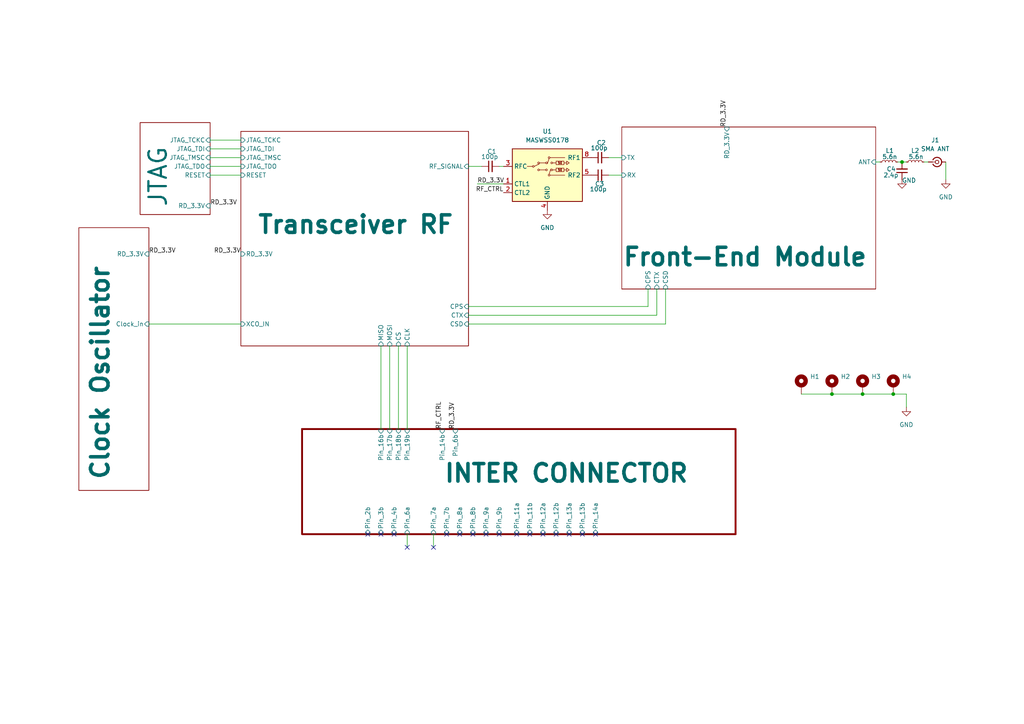
<source format=kicad_sch>
(kicad_sch (version 20250114) (generator "eeschema") (generator_version "9.0")
  (paper "A4")
  (lib_symbols
    (symbol "Connector:Conn_Coaxial_Small" (pin_numbers (hide yes)) (pin_names (offset 1.016) (hide yes))
      (property "Reference" "J" (at 0.254 3.048 0))
      (property "Value" "Conn_Coaxial_Small" (at 0 -3.81 0))
      (symbol "Conn_Coaxial_Small_0_1"
        (polyline (pts (xy -2.54 0) (xy -0.508 0)))
        (circle (center 0 0) (radius 0.508) (stroke (width 0.2032)))
      )
      (symbol "Conn_Coaxial_Small_1_1"
        (arc (start 1.3484 0.0039) (mid 0.327 -1.308) (end -1.1916 -0.6311) (stroke (width 0.3048)))
        (arc (start -1.1916 0.6311) (mid 0.327 1.3081) (end 1.3484 -0.0039) (stroke (width 0.3048)))
        (pin passive line (at -2.54 0 0) (length 1.27) (name "In") (number "1"))
        (pin passive line (at 2.54 0 180) (length 1.27) (name "Ext") (number "2"))
      )
    )
    (symbol "Device:C_Small" (pin_numbers (hide yes)) (pin_names (offset 0.254) (hide yes))
      (property "Reference" "C" (at 0.254 1.778 0))
      (property "Value" "C_Small" (at 0.254 -2.032 0))
      (symbol "C_Small_0_1"
        (polyline (pts (xy -1.524 0.508) (xy 1.524 0.508)) (stroke (width 0.3048)))
        (polyline (pts (xy -1.524 -0.508) (xy 1.524 -0.508)) (stroke (width 0.3302)))
      )
      (symbol "C_Small_1_1"
        (pin passive line (at 0 2.54 270) (length 2.032) (name "~") (number "1"))
        (pin passive line (at 0 -2.54 90) (length 2.032) (name "~") (number "2"))
      )
    )
    (symbol "Device:L_Small" (pin_numbers (hide yes)) (pin_names (offset 0.254) (hide yes))
      (property "Reference" "L" (at 0.762 1.016 0))
      (property "Value" "L_Small" (at 0.762 -1.016 0))
      (symbol "L_Small_0_1"
        (arc (start 0 2.032) (mid 0.5058 1.524) (end 0 1.016))
        (arc (start 0 1.016) (mid 0.5058 0.508) (end 0 0))
        (arc (start 0 0) (mid 0.5058 -0.508) (end 0 -1.016))
        (arc (start 0 -1.016) (mid 0.5058 -1.524) (end 0 -2.032))
      )
      (symbol "L_Small_1_1"
        (pin passive line (at 0 2.54 270) (length 0.508) (name "~") (number "1"))
        (pin passive line (at 0 -2.54 90) (length 0.508) (name "~") (number "2"))
      )
    )
    (symbol "Mechanical:MountingHole_Pad" (pin_numbers (hide yes)) (pin_names (offset 1.016) (hide yes)) (in_bom no)
      (property "Reference" "H" (at 0 6.35 0))
      (property "Value" "MountingHole_Pad" (at 0 4.445 0))
      (symbol "MountingHole_Pad_0_1"
        (circle (center 0 1.27) (radius 1.27) (stroke (width 1.27)))
      )
      (symbol "MountingHole_Pad_1_1"
        (pin input line (at 0 -2.54 90) (length 2.54) (name "1") (number "1"))
      )
    )
    (symbol "RF_Switch:MASWSS0178"
      (property "Reference" "U" (at -8.89 8.89 0))
      (property "Value" "MASWSS0178" (at 3.556 8.89 0))
      (symbol "MASWSS0178_0_1"
        (polyline (pts (xy -4.318 2.54) (xy -5.842 2.54)))
        (polyline (pts (xy -2.286 1.524) (xy -0.508 1.524)))
        (polyline (pts (xy -0.508 3.556) (xy -2.286 3.556)))
      )
      (symbol "MASWSS0178_1_1"
        (rectangle (start -10.16 7.62) (end 10.16 -7.62) (stroke (width 0.254)) (fill (type background)))
        (circle (center -4.064 2.54) (radius 0.254))
        (polyline (pts (xy -3.81 2.54) (xy -2.286 3.302)))
        (circle (center -2.54 3.556) (radius 0.254))
        (circle (center -2.54 1.524) (radius 0.254))
        (circle (center -0.254 3.556) (radius 0.254))
        (circle (center -0.254 1.524) (radius 0.254))
        (circle (center 0.508 5.08) (radius 0.254))
        (polyline (pts (xy 0.508 4.826) (xy 0 3.302)))
        (polyline (pts (xy 0.508 0.254) (xy 1.016 1.778)))
        (circle (center 0.508 0) (radius 0.254))
        (polyline (pts (xy 0.762 5.08) (xy 5.08 5.08)))
        (polyline (pts (xy 0.762 0) (xy 5.08 0)))
        (circle (center 1.27 3.556) (radius 0.254))
        (circle (center 1.27 1.524) (radius 0.254))
        (polyline (pts (xy 1.524 3.556) (xy 2.54 3.556)))
        (polyline (pts (xy 1.524 1.524) (xy 2.54 1.524)))
        (rectangle (start 2.54 3.048) (end 4.826 4.064))
        (rectangle (start 2.54 1.016) (end 4.826 2.032))
        (polyline (pts (xy 4.826 3.556) (xy 5.588 3.556) (xy 5.588 3.048) (xy 6.35 3.556) (xy 5.588 4.064) (xy 5.588 3.556)))
        (polyline (pts (xy 4.826 1.524) (xy 5.588 1.524) (xy 5.588 1.016) (xy 6.35 1.524) (xy 5.588 2.032) (xy 5.588 1.524)))
        (text "50" (at 3.683 3.556 0) (effects (font (size 0.635 0.635))))
        (text "50" (at 3.683 1.524 0) (effects (font (size 0.635 0.635))))
        (pin passive line (at -12.7 2.54 0) (length 2.54) (name "RFC") (number "3"))
        (pin input line (at -12.7 -2.54 0) (length 2.54) (name "CTL1") (number "1"))
        (pin input line (at -12.7 -5.08 0) (length 2.54) (name "CTL2") (number "2"))
        (pin power_in line (at 0 -10.16 90) (length 2.54) (name "GND") (number "4"))
        (pin passive line (at 0 -10.16 90) (length 2.54) (hide yes) (name "GND") (number "6"))
        (pin passive line (at 0 -10.16 90) (length 2.54) (hide yes) (name "GND") (number "7"))
        (pin passive line (at 0 -10.16 90) (length 2.54) (hide yes) (name "GND") (number "9"))
        (pin passive line (at 12.7 5.08 180) (length 2.54) (name "RF1") (number "8"))
        (pin passive line (at 12.7 0 180) (length 2.54) (name "RF2") (number "5"))
      )
    )
    (symbol "power:GND" (power) (pin_numbers (hide yes)) (pin_names (offset 0) (hide yes))
      (property "Value" "GND" (at 0 -3.81 0))
      (symbol "GND_0_1"
        (polyline (pts (xy 0 0) (xy 0 -1.27) (xy 1.27 -1.27) (xy 0 -2.54) (xy -1.27 -1.27) (xy 0 -1.27)))
      )
      (symbol "GND_1_1"
        (pin power_in line (at 0 0 270) (length 0) (name "~") (number "1"))
      )
    )
  )
  (junction (at 241.3 114.3))
  (junction (at 259.08 114.3))
  (junction (at 261.62 46.99))
  (junction (at 250.19 114.3))
  (no_connect (at 168.91 154.94))
  (no_connect (at 149.86 154.94))
  (no_connect (at 137.16 154.94))
  (no_connect (at 110.49 154.94))
  (no_connect (at 161.29 154.94))
  (no_connect (at 118.11 158.75))
  (no_connect (at 157.48 154.94))
  (no_connect (at 133.35 154.94))
  (no_connect (at 144.78 154.94))
  (no_connect (at 106.68 154.94))
  (no_connect (at 125.73 158.75))
  (no_connect (at 172.72 154.94))
  (no_connect (at 153.67 154.94))
  (no_connect (at 140.97 154.94))
  (no_connect (at 114.3 154.94))
  (no_connect (at 129.54 154.94))
  (no_connect (at 165.1 154.94))
  (wire (pts (xy 135.89 88.9) (xy 187.96 88.9)))
  (wire (pts (xy 60.96 45.72) (xy 69.85 45.72)))
  (wire (pts (xy 138.43 53.34) (xy 146.05 53.34)))
  (wire (pts (xy 269.24 46.99) (xy 267.97 46.99)))
  (wire (pts (xy 262.89 114.3) (xy 262.89 118.11)))
  (wire (pts (xy 60.96 40.64) (xy 69.85 40.64)))
  (wire (pts (xy 241.3 114.3) (xy 250.19 114.3)))
  (wire (pts (xy 187.96 83.82) (xy 187.96 88.9)))
  (wire (pts (xy 274.32 46.99) (xy 274.32 52.07)))
  (wire (pts (xy 60.96 50.8) (xy 69.85 50.8)))
  (wire (pts (xy 193.04 83.82) (xy 193.04 93.98)))
  (wire (pts (xy 176.53 50.8) (xy 180.34 50.8)))
  (wire (pts (xy 232.41 114.3) (xy 241.3 114.3)))
  (wire (pts (xy 135.89 93.98) (xy 193.04 93.98)))
  (wire (pts (xy 144.78 48.26) (xy 146.05 48.26)))
  (wire (pts (xy 113.03 100.33) (xy 113.03 124.46)))
  (wire (pts (xy 262.89 46.99) (xy 261.62 46.99)))
  (wire (pts (xy 60.96 43.18) (xy 69.85 43.18)))
  (wire (pts (xy 60.96 48.26) (xy 69.85 48.26)))
  (wire (pts (xy 115.57 100.33) (xy 115.57 124.46)))
  (wire (pts (xy 118.11 154.94) (xy 118.11 158.75)))
  (wire (pts (xy 250.19 114.3) (xy 259.08 114.3)))
  (wire (pts (xy 135.89 91.44) (xy 190.5 91.44)))
  (wire (pts (xy 254 46.99) (xy 255.27 46.99)))
  (wire (pts (xy 118.11 100.33) (xy 118.11 124.46)))
  (wire (pts (xy 125.73 154.94) (xy 125.73 158.75)))
  (wire (pts (xy 190.5 83.82) (xy 190.5 91.44)))
  (wire (pts (xy 260.35 46.99) (xy 261.62 46.99)))
  (wire (pts (xy 43.18 93.98) (xy 69.85 93.98)))
  (wire (pts (xy 259.08 114.3) (xy 262.89 114.3)))
  (wire (pts (xy 135.89 48.26) (xy 139.7 48.26)))
  (wire (pts (xy 110.49 100.33) (xy 110.49 124.46)))
  (wire (pts (xy 176.53 45.72) (xy 180.34 45.72)))
  (label "RD_3.3V" (at 60.96 59.69 0))
  (label "RD_3.3V" (at 69.85 73.66 180))
  (label "RF_CTRL" (at 128.27 124.46 90))
  (label "RD_3.3V" (at 43.18 73.66 0))
  (label "RD_3.3V" (at 138.43 53.34 0))
  (label "RF_CTRL" (at 146.05 55.88 180))
  (label "RD_3.3V" (at 132.08 124.46 90))
  (label "RD_3.3V" (at 210.82 36.83 90))
  (symbol (lib_id "Device:L_Small") (at 265.43 46.99 90) (unit 1)
    (property "Reference" "L2" (at 265.43 43.688 90))
    (property "Value" "5.6n" (at 265.684 45.466 90))
    (property "Footprint" "Inductor_SMD:L_0402_1005Metric" (effects (hide yes)))
    (property "Description" "Inductor, small symbol" (effects (hide yes)))
  )
  (symbol (lib_id "Device:C_Small") (at 173.99 45.72 90) (unit 1)
    (property "Reference" "C2" (at 175.768 41.402 90) (effects (justify left)))
    (property "Value" "100p" (at 176.276 42.926 90) (effects (justify left)))
    (property "Footprint" "Capacitor_SMD:C_0402_1005Metric" (effects (hide yes)))
    (property "Description" "Unpolarized capacitor, small symbol" (effects (hide yes)))
  )
  (symbol (lib_id "Mechanical:MountingHole_Pad") (at 241.3 111.76 0) (unit 1) (in_bom no)
    (property "Reference" "H2" (at 243.84 109.2199 0) (effects (justify left)))
    (property "Value" "MountingHole_Pad" (effects (hide yes)))
    (property "Footprint" "MountingHole:MountingHole_2.7mm_M2.5_Pad" (effects (hide yes)))
    (property "Description" "Mounting Hole with connection" (effects (hide yes)))
  )
  (symbol (lib_id "Device:C_Small") (at 142.24 48.26 90) (unit 1)
    (property "Reference" "C1" (at 144.018 43.942 90) (effects (justify left)))
    (property "Value" "100p" (at 144.526 45.466 90) (effects (justify left)))
    (property "Footprint" "Capacitor_SMD:C_0402_1005Metric" (effects (hide yes)))
    (property "Description" "Unpolarized capacitor, small symbol" (effects (hide yes)))
  )
  (symbol (lib_id "power:GND") (at 158.75 60.96 0) (unit 1)
    (property "Reference" "#PWR01" (effects (hide yes)))
    (property "Value" "GND" (at 158.75 66.04 0))
    (property "Description" "Power symbol creates a global label with name \"GND\" , ground" (effects (hide yes)))
  )
  (symbol (lib_id "power:GND") (at 261.62 52.07 0) (unit 1)
    (property "Reference" "#PWR02" (effects (hide yes)))
    (property "Value" "GND" (at 263.652 52.324 0))
    (property "Description" "Power symbol creates a global label with name \"GND\" , ground" (effects (hide yes)))
  )
  (symbol (lib_id "Mechanical:MountingHole_Pad") (at 232.41 111.76 0) (unit 1) (in_bom no)
    (property "Reference" "H1" (at 234.95 109.2199 0) (effects (justify left)))
    (property "Value" "MountingHole_Pad" (effects (hide yes)))
    (property "Footprint" "MountingHole:MountingHole_2.7mm_M2.5_Pad" (effects (hide yes)))
    (property "Description" "Mounting Hole with connection" (effects (hide yes)))
  )
  (symbol (lib_id "Device:L_Small") (at 257.81 46.99 90) (unit 1)
    (property "Reference" "L1" (at 258.064 43.688 90))
    (property "Value" "5.6n" (at 258.064 45.466 90))
    (property "Footprint" "Inductor_SMD:L_0402_1005Metric" (effects (hide yes)))
    (property "Description" "Inductor, small symbol" (effects (hide yes)))
  )
  (symbol (lib_id "power:GND") (at 262.89 118.11 0) (unit 1)
    (property "Reference" "#PWR039" (effects (hide yes)))
    (property "Value" "GND" (at 262.89 123.19 0))
    (property "Description" "Power symbol creates a global label with name \"GND\" , ground" (effects (hide yes)))
  )
  (symbol (lib_id "Device:C_Small") (at 173.99 50.8 90) (unit 1)
    (property "Reference" "C3" (at 175.26 53.34 90) (effects (justify left)))
    (property "Value" "100p" (at 176.022 54.864 90) (effects (justify left)))
    (property "Footprint" "Capacitor_SMD:C_0402_1005Metric" (effects (hide yes)))
    (property "Description" "Unpolarized capacitor, small symbol" (effects (hide yes)))
  )
  (symbol (lib_id "Mechanical:MountingHole_Pad") (at 259.08 111.76 0) (unit 1) (in_bom no)
    (property "Reference" "H4" (at 261.62 109.2199 0) (effects (justify left)))
    (property "Value" "MountingHole_Pad" (effects (hide yes)))
    (property "Footprint" "MountingHole:MountingHole_2.7mm_M2.5_Pad" (effects (hide yes)))
    (property "Description" "Mounting Hole with connection" (effects (hide yes)))
  )
  (symbol (lib_id "Connector:Conn_Coaxial_Small") (at 271.78 46.99 0) (unit 1)
    (property "Reference" "J1" (at 271.2604 40.64 0))
    (property "Value" "SMA ANT" (at 271.2604 43.18 0))
    (property "Footprint" "Connector_Coaxial:SMA_Amphenol_132134-10_Vertical" (effects (hide yes)))
    (property "Description" "small coaxial connector (BNC, SMA, SMB, SMC, Cinch/RCA, LEMO, ...)" (effects (hide yes)))
  )
  (symbol (lib_id "Mechanical:MountingHole_Pad") (at 250.19 111.76 0) (unit 1) (in_bom no)
    (property "Reference" "H3" (at 252.73 109.2199 0) (effects (justify left)))
    (property "Value" "MountingHole_Pad" (effects (hide yes)))
    (property "Footprint" "MountingHole:MountingHole_2.7mm_M2.5_Pad" (effects (hide yes)))
    (property "Description" "Mounting Hole with connection" (effects (hide yes)))
  )
  (symbol (lib_id "Device:C_Small") (at 261.62 49.53 180) (unit 1)
    (property "Reference" "C4" (at 259.842 49.022 0) (effects (justify left)))
    (property "Value" "2.4p" (at 260.604 50.8 0) (effects (justify left)))
    (property "Footprint" "Capacitor_SMD:C_0402_1005Metric" (effects (hide yes)))
    (property "Description" "Unpolarized capacitor, small symbol" (effects (hide yes)))
  )
  (symbol (lib_id "power:GND") (at 274.32 52.07 0) (unit 1)
    (property "Reference" "#PWR03" (effects (hide yes)))
    (property "Value" "GND" (at 274.32 57.15 0))
    (property "Description" "Power symbol creates a global label with name \"GND\" , ground" (effects (hide yes)))
  )
  (symbol (lib_id "RF_Switch:MASWSS0178") (at 158.75 50.8 0) (unit 1)
    (property "Reference" "U1" (at 158.75 38.1 0))
    (property "Value" "MASWSS0178" (at 158.75 40.64 0))
    (property "Footprint" "Package_SO:MSOP-8-1EP_3x3mm_P0.65mm_EP1.73x1.85mm_ThermalVias" (effects (hide yes)))
    (property "Datasheet" "https://cdn.macom.com/datasheets/MASWSS0178.pdf" (effects (hide yes)))
    (property "Description" "SPDT High Isolation Terminated Switch, 0.01-3.0 GHz, MSOP-8" (effects (hide yes)))
  )
  (sheet (at 87.63 124.46) (size 125.73 30.48) (stroke (width 0.508))
    (property "Sheetname" "INTER CONNECTOR" (at 128.524 140.208 0) (effects (font (size 5.08 5.08) (thickness 1.016) (bold yes)) (justify left bottom)))
    (property "Sheetfile" "connector.kicad_sch" (effects (hide yes)))
    (pin "Pin_2b" input (at 106.68 154.94 270))
    (pin "Pin_3b" input (at 110.49 154.94 270))
    (pin "Pin_4b" input (at 114.3 154.94 270))
    (pin "Pin_6a" input (at 118.11 154.94 270))
    (pin "Pin_6b" input (at 132.08 124.46 90))
    (pin "Pin_7a" input (at 125.73 154.94 270))
    (pin "Pin_7b" input (at 129.54 154.94 270))
    (pin "Pin_8a" input (at 133.35 154.94 270))
    (pin "Pin_8b" input (at 137.16 154.94 270))
    (pin "Pin_9a" input (at 140.97 154.94 270))
    (pin "Pin_9b" input (at 144.78 154.94 270))
    (pin "Pin_11a" input (at 149.86 154.94 270))
    (pin "Pin_11b" input (at 153.67 154.94 270))
    (pin "Pin_12a" input (at 157.48 154.94 270))
    (pin "Pin_12b" input (at 161.29 154.94 270))
    (pin "Pin_13a" input (at 165.1 154.94 270))
    (pin "Pin_13b" input (at 168.91 154.94 270))
    (pin "Pin_14a" input (at 172.72 154.94 270))
    (pin "Pin_14b" input (at 128.27 124.46 90))
    (pin "Pin_16b" input (at 110.49 124.46 90))
    (pin "Pin_17b" input (at 113.03 124.46 90))
    (pin "Pin_18b" input (at 115.57 124.46 90))
    (pin "Pin_19b" input (at 118.11 124.46 90))
  )
  (sheet (at 69.85 38.1) (size 66.04 62.23) (stroke (width 0.1524))
    (property "Sheetname" "Transceiver RF" (at 74.422 68.072 0) (effects (font (size 5.08 5.08) (thickness 1.016) (bold yes)) (justify left bottom)))
    (property "Sheetfile" "rf.kicad_sch" (effects (hide yes)))
    (pin "CPS" input (at 135.89 88.9 0))
    (pin "CTX" input (at 135.89 91.44 0))
    (pin "JTAG_TCKC" input (at 69.85 40.64 180))
    (pin "JTAG_TDI" input (at 69.85 43.18 180))
    (pin "JTAG_TMSC" input (at 69.85 45.72 180))
    (pin "RD_3.3V" input (at 69.85 73.66 180))
    (pin "RESET" input (at 69.85 50.8 180))
    (pin "RF_SIGNAL" input (at 135.89 48.26 0))
    (pin "XCO_IN" input (at 69.85 93.98 180))
    (pin "JTAG_TDO" input (at 69.85 48.26 180))
    (pin "CSD" input (at 135.89 93.98 0))
    (pin "CLK" input (at 118.11 100.33 270))
    (pin "CS" input (at 115.57 100.33 270))
    (pin "MISO" input (at 110.49 100.33 270))
    (pin "MOSI" input (at 113.03 100.33 270))
  )
  (sheet (at 22.86 66.04) (size 20.32 76.2) (stroke (width 0.1524))
    (property "Sheetname" "Clock Oscillator" (at 32.004 139.446 90) (effects (font (size 5.08 5.08) (thickness 1.016) (bold yes)) (justify left bottom)))
    (property "Sheetfile" "xco.kicad_sch" (effects (hide yes)))
    (pin "Clock_in" input (at 43.18 93.98 0))
    (pin "RD_3.3V" input (at 43.18 73.66 0))
  )
  (sheet (at 40.64 35.56) (size 20.32 26.67) (stroke (width 0.1524))
    (property "Sheetname" "JTAG" (at 48.768 60.198 90) (effects (font (size 5.08 5.08) (thickness 0.635)) (justify left bottom)))
    (property "Sheetfile" "jtag.kicad_sch" (effects (hide yes)))
    (pin "JTAG_TCKC" input (at 60.96 40.64 0))
    (pin "JTAG_TDI" input (at 60.96 43.18 0))
    (pin "JTAG_TDO" input (at 60.96 48.26 0))
    (pin "JTAG_TMSC" input (at 60.96 45.72 0))
    (pin "RD_3.3V" input (at 60.96 59.69 0))
    (pin "RESET" input (at 60.96 50.8 0))
  )
  (sheet (at 180.34 36.83) (size 73.66 46.99) (stroke (width 0.1524))
    (property "Sheetname" "Front-End Module" (at 180.34 77.47 0) (effects (font (size 5.08 5.08) (thickness 1.016) (bold yes)) (justify left bottom)))
    (property "Sheetfile" "inte.kicad_sch" (effects (hide yes)))
    (pin "ANT" input (at 254 46.99 0))
    (pin "CPS" input (at 187.96 83.82 270))
    (pin "CSD" input (at 193.04 83.82 270))
    (pin "CTX" input (at 190.5 83.82 270))
    (pin "RD_3.3V" input (at 210.82 36.83 90))
    (pin "RX" input (at 180.34 50.8 180))
    (pin "TX" input (at 180.34 45.72 180))
  )
)
</source>
